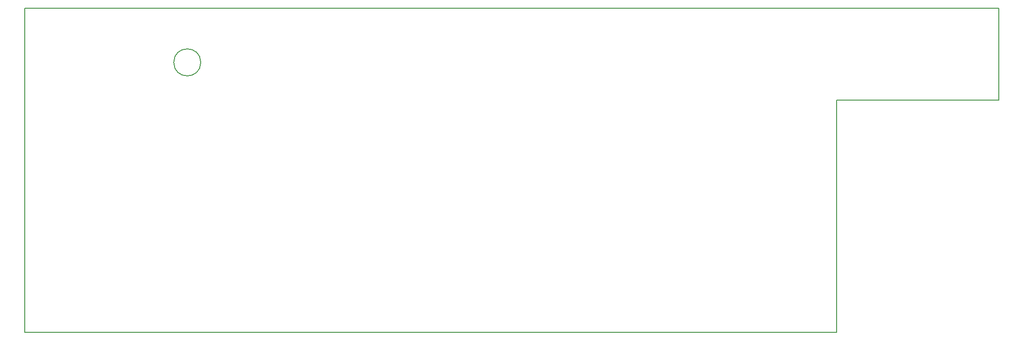
<source format=gbr>
%TF.GenerationSoftware,KiCad,Pcbnew,9.0.0*%
%TF.CreationDate,2025-05-04T18:41:49+10:00*%
%TF.ProjectId,A1_MB,41315f4d-422e-46b6-9963-61645f706362,rev?*%
%TF.SameCoordinates,Original*%
%TF.FileFunction,Profile,NP*%
%FSLAX46Y46*%
G04 Gerber Fmt 4.6, Leading zero omitted, Abs format (unit mm)*
G04 Created by KiCad (PCBNEW 9.0.0) date 2025-05-04 18:41:49*
%MOMM*%
%LPD*%
G01*
G04 APERTURE LIST*
%TA.AperFunction,Profile*%
%ADD10C,0.200000*%
%TD*%
G04 APERTURE END LIST*
D10*
X245000000Y-35000000D02*
X65000000Y-35000000D01*
X215000000Y-95000000D02*
X215000000Y-52000000D01*
X65000000Y-95000000D02*
X215000000Y-95000000D01*
X215000000Y-52000000D02*
X245000000Y-52000000D01*
X97500000Y-45000000D02*
G75*
G02*
X92500000Y-45000000I-2500000J0D01*
G01*
X92500000Y-45000000D02*
G75*
G02*
X97500000Y-45000000I2500000J0D01*
G01*
X65000000Y-35000000D02*
X65000000Y-95000000D01*
X245000000Y-52000000D02*
X245000000Y-35000000D01*
M02*

</source>
